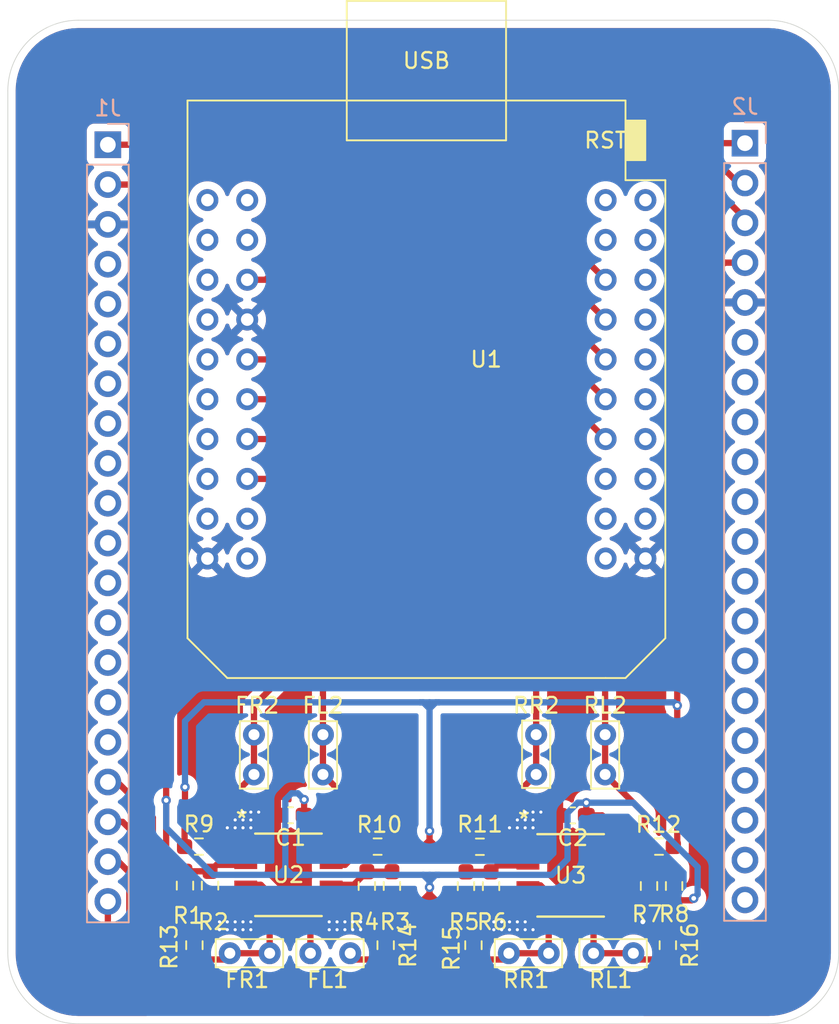
<source format=kicad_pcb>
(kicad_pcb (version 20241229) (generator "pcbnew") (generator_version "9.0")
  (layers (0 "F.Cu" signal) (2 "B.Cu" signal) (13 "F.Paste" user) (15 "B.Paste" user) (5 "F.SilkS" user "F.Silkscreen") (7 "B.SilkS" user "B.Silkscreen") (1 "F.Mask" user) (3 "B.Mask" user) (25 "Edge.Cuts" user))
  (net 0 "")
  (net 29 "Net-(U2A--)")
  (net 30 "+12V")
  (net 31 "GND")
  (net 32 "Net-(U2B--)")
  (net 33 "Net-(U3A--)")
  (net 34 "Net-(U3B--)")
  (net 35 "+3.3V")
  (net 36 "/WS_FR_Signal")
  (net 37 "/WS_FL_Signal")
  (net 38 "/WS_RR_Signal")
  (net 39 "/WS_RL_Signal")
  (net 44 "/CS")
  (net 57 "/SCK")
  (net 59 "/MISO")
  (net 66 "+5V")
  (net 69 "/MOSI")
  (net 72 "/WS_FR")
  (net 73 "/WS_FL")
  (net 74 "/WS_RL")
  (net 75 "/WS_RR")
  (footprint "Resistor_SMD:R_0603_1608Metric_Pad0.98x0.95mm_HandSolder" (layer "F.Cu") (at 127.2 121.4875 -90)
    (property "Reference" "R15" (at 0.2 1.4 90) (layer "F.SilkS"))
    (property "Value" "400")
    (pad "1" smd roundrect (at -0.9125 0 270) (size 0.975 0.95) (layers "F.Cu" "F.Mask" "F.Paste") (net 30 "+12V"))
    (pad "2" smd roundrect (at 0.9125 0 270) (size 0.975 0.95) (layers "F.Cu" "F.Mask" "F.Paste") (net 75 "/WS_RR"))
  )
  (footprint "Resistor_SMD:R_0603_1608Metric_Pad0.98x0.95mm_HandSolder" (layer "F.Cu") (at 140 117.7125 90)
    (property "Reference" "R7" (at -1.7875 -1.72415 0) (layer "F.SilkS"))
    (property "Value" "10K")
    (pad "1" smd roundrect (at -0.9125 0 90) (size 0.975 0.95) (layers "F.Cu" "F.Mask" "F.Paste") (net 30 "+12V"))
    (pad "2" smd roundrect (at 0.9125 0 90) (size 0.975 0.95) (layers "F.Cu" "F.Mask" "F.Paste") (net 34 "Net-(U3B--)"))
  )
  (footprint "Capacitor_SMD:C_0603_1608Metric_Pad1.08x0.95mm_HandSolder" (layer "F.Cu") (at 115.5375 113.2 180)
    (property "Reference" "C1" (at 0 -1.43 0) (layer "F.SilkS"))
    (property "Value" "C_Small")
    (pad "1" smd roundrect (at -0.8625 0 180) (size 1.075 0.95) (layers "F.Cu" "F.Mask" "F.Paste") (net 30 "+12V"))
    (pad "2" smd roundrect (at 0.8625 0 180) (size 1.075 0.95) (layers "F.Cu" "F.Mask" "F.Paste") (net 31 "GND"))
  )
  (footprint "TestPoint:TestPoint_Bridge_Pitch2.54mm_Drill0.7mm" (layer "F.Cu") (at 129.46 122)
    (property "Reference" "RR1" (at 1.1 1.7 0) (layer "F.SilkS"))
    (property "Value" "TestPoint")
    (pad "1" thru_hole circle (at 0 0) (size 1.4 1.4) (drill 0.7) (layers "*.Cu" "*.Mask") (net 75 "/WS_RR"))
    (pad "1" thru_hole circle (at 2.54 0) (size 1.4 1.4) (drill 0.7) (layers "*.Cu" "*.Mask") (net 75 "/WS_RR"))
  )
  (footprint "Resistor_SMD:R_0603_1608Metric_Pad0.98x0.95mm_HandSolder" (layer "F.Cu") (at 121.0875 115.2 180)
    (property "Reference" "R10" (at -0.1125 1.4 0) (layer "F.SilkS"))
    (property "Value" "1K")
    (pad "1" smd roundrect (at -0.9125 0 180) (size 0.975 0.95) (layers "F.Cu" "F.Mask" "F.Paste") (net 35 "+3.3V"))
    (pad "2" smd roundrect (at 0.9125 0 180) (size 0.975 0.95) (layers "F.Cu" "F.Mask" "F.Paste") (net 37 "/WS_FL_Signal"))
  )
  (footprint "TestPoint:TestPoint_Bridge_Pitch2.54mm_Drill0.7mm" (layer "F.Cu") (at 111.66 122)
    (property "Reference" "FR1" (at 1.1 1.7 0) (layer "F.SilkS"))
    (property "Value" "TestPoint")
    (pad "1" thru_hole circle (at 0 0) (size 1.4 1.4) (drill 0.7) (layers "*.Cu" "*.Mask") (net 72 "/WS_FR"))
    (pad "1" thru_hole circle (at 2.54 0) (size 1.4 1.4) (drill 0.7) (layers "*.Cu" "*.Mask") (net 72 "/WS_FR"))
  )
  (footprint "Resistor_SMD:R_0603_1608Metric_Pad0.98x0.95mm_HandSolder" (layer "F.Cu") (at 108.8 117.6875 90)
    (property "Reference" "R1" (at -1.9125 0.2 0) (layer "F.SilkS"))
    (property "Value" "10K")
    (pad "1" smd roundrect (at -0.9125 0 90) (size 0.975 0.95) (layers "F.Cu" "F.Mask" "F.Paste") (net 30 "+12V"))
    (pad "2" smd roundrect (at 0.9125 0 90) (size 0.975 0.95) (layers "F.Cu" "F.Mask" "F.Paste") (net 29 "Net-(U2A--)"))
  )
  (footprint "TestPoint:TestPoint_Bridge_Pitch2.54mm_Drill0.7mm" (layer "F.Cu") (at 131.2 108.06 -90)
    (property "Reference" "RR2" (at -1.86 0 0) (layer "F.SilkS"))
    (property "Value" "TestPoint")
    (pad "1" thru_hole circle (at 0 0 270) (size 1.4 1.4) (drill 0.7) (layers "*.Cu" "*.Mask") (net 38 "/WS_RR_Signal"))
    (pad "1" thru_hole circle (at 2.54 0 270) (size 1.4 1.4) (drill 0.7) (layers "*.Cu" "*.Mask") (net 38 "/WS_RR_Signal"))
  )
  (footprint "TestPoint:TestPoint_Bridge_Pitch2.54mm_Drill0.7mm" (layer "F.Cu") (at 117.6 110.6 90)
    (property "Reference" "FL2" (at 4.4 0 0) (layer "F.SilkS"))
    (property "Value" "TestPoint")
    (pad "1" thru_hole circle (at 0 0 90) (size 1.4 1.4) (drill 0.7) (layers "*.Cu" "*.Mask") (net 37 "/WS_FL_Signal"))
    (pad "1" thru_hole circle (at 2.54 0 90) (size 1.4 1.4) (drill 0.7) (layers "*.Cu" "*.Mask") (net 37 "/WS_FL_Signal"))
  )
  (footprint "Resistor_SMD:R_0603_1608Metric_Pad0.98x0.95mm_HandSolder" (layer "F.Cu") (at 110.4 117.6875 -90)
    (property "Reference" "R2" (at 2.3125 -0.2 0) (layer "F.SilkS"))
    (property "Value" "22K")
    (pad "1" smd roundrect (at -0.9125 0 270) (size 0.975 0.95) (layers "F.Cu" "F.Mask" "F.Paste") (net 29 "Net-(U2A--)"))
    (pad "2" smd roundrect (at 0.9125 0 270) (size 0.975 0.95) (layers "F.Cu" "F.Mask" "F.Paste") (net 31 "GND"))
  )
  (footprint "Resistor_SMD:R_0603_1608Metric_Pad0.98x0.95mm_HandSolder" (layer "F.Cu") (at 139.6 121.4875 -90)
    (property "Reference" "R16" (at 0.0125 -1.4 90) (layer "F.SilkS"))
    (property "Value" "400")
    (pad "1" smd roundrect (at -0.9125 0 270) (size 0.975 0.95) (layers "F.Cu" "F.Mask" "F.Paste") (net 30 "+12V"))
    (pad "2" smd roundrect (at 0.9125 0 270) (size 0.975 0.95) (layers "F.Cu" "F.Mask" "F.Paste") (net 74 "/WS_RL"))
  )
  (footprint "Resistor_SMD:R_0603_1608Metric_Pad0.98x0.95mm_HandSolder" (layer "F.Cu") (at 109.6875 115.2)
    (property "Reference" "R9" (at 0 -1.43 0) (layer "F.SilkS"))
    (property "Value" "1K")
    (pad "1" smd roundrect (at -0.9125 0) (size 0.975 0.95) (layers "F.Cu" "F.Mask" "F.Paste") (net 35 "+3.3V"))
    (pad "2" smd roundrect (at 0.9125 0) (size 0.975 0.95) (layers "F.Cu" "F.Mask" "F.Paste") (net 36 "/WS_FR_Signal"))
  )
  (footprint "TestPoint:TestPoint_Bridge_Pitch2.54mm_Drill0.7mm" (layer "F.Cu") (at 116.8 122)
    (property "Reference" "FL1" (at 1.1 1.7 0) (layer "F.SilkS"))
    (property "Value" "TestPoint")
    (pad "1" thru_hole circle (at 0 0) (size 1.4 1.4) (drill 0.7) (layers "*.Cu" "*.Mask") (net 73 "/WS_FL"))
    (pad "1" thru_hole circle (at 2.54 0) (size 1.4 1.4) (drill 0.7) (layers "*.Cu" "*.Mask") (net 73 "/WS_FL"))
  )
  (footprint "Resistor_SMD:R_0603_1608Metric_Pad0.98x0.95mm_HandSolder" (layer "F.Cu") (at 138.4 117.7125 -90)
    (property "Reference" "R8" (at 1.7875 -1.6 180) (layer "F.SilkS"))
    (property "Value" "20K")
    (pad "1" smd roundrect (at -0.9125 0 270) (size 0.975 0.95) (layers "F.Cu" "F.Mask" "F.Paste") (net 34 "Net-(U3B--)"))
    (pad "2" smd roundrect (at 0.9125 0 270) (size 0.975 0.95) (layers "F.Cu" "F.Mask" "F.Paste") (net 31 "GND"))
  )
  (footprint "Resistor_SMD:R_0603_1608Metric_Pad0.98x0.95mm_HandSolder" (layer "F.Cu") (at 126.72415 117.7225 90)
    (property "Reference" "R5" (at -2.2775 -0.12415 0) (layer "F.SilkS"))
    (property "Value" "10K")
    (pad "1" smd roundrect (at -0.9125 0 90) (size 0.975 0.95) (layers "F.Cu" "F.Mask" "F.Paste") (net 30 "+12V"))
    (pad "2" smd roundrect (at 0.9125 0 90) (size 0.975 0.95) (layers "F.Cu" "F.Mask" "F.Paste") (net 33 "Net-(U3A--)"))
  )
  (footprint "Resistor_SMD:R_0603_1608Metric_Pad0.98x0.95mm_HandSolder" (layer "F.Cu") (at 139.03665 115.2 180)
    (property "Reference" "R12" (at 0.03665 1.4 0) (layer "F.SilkS"))
    (property "Value" "1K")
    (pad "1" smd roundrect (at -0.9125 0 180) (size 0.975 0.95) (layers "F.Cu" "F.Mask" "F.Paste") (net 35 "+3.3V"))
    (pad "2" smd roundrect (at 0.9125 0 180) (size 0.975 0.95) (layers "F.Cu" "F.Mask" "F.Paste") (net 39 "/WS_RL_Signal"))
  )
  (footprint "Resistor_SMD:R_0603_1608Metric_Pad0.98x0.95mm_HandSolder" (layer "F.Cu") (at 121.6 121.4875 -90)
    (property "Reference" "R14" (at 0 -1.43 90) (layer "F.SilkS"))
    (property "Value" "400")
    (pad "1" smd roundrect (at -0.9125 0 270) (size 0.975 0.95) (layers "F.Cu" "F.Mask" "F.Paste") (net 30 "+12V"))
    (pad "2" smd roundrect (at 0.9125 0 270) (size 0.975 0.95) (layers "F.Cu" "F.Mask" "F.Paste") (net 73 "/WS_FL"))
  )
  (footprint "Resistor_SMD:R_0603_1608Metric_Pad0.98x0.95mm_HandSolder" (layer "F.Cu") (at 120.4 117.7125 -90)
    (property "Reference" "R4" (at 2.2875 0.2 180) (layer "F.SilkS"))
    (property "Value" "20K")
    (pad "1" smd roundrect (at -0.9125 0 270) (size 0.975 0.95) (layers "F.Cu" "F.Mask" "F.Paste") (net 32 "Net-(U2B--)"))
    (pad "2" smd roundrect (at 0.9125 0 270) (size 0.975 0.95) (layers "F.Cu" "F.Mask" "F.Paste") (net 31 "GND"))
  )
  (footprint "TestPoint:TestPoint_Bridge_Pitch2.54mm_Drill0.7mm" (layer "F.Cu") (at 113.2 110.6 90)
    (property "Reference" "FR2" (at 4.4 0.2 0) (layer "F.SilkS"))
    (property "Value" "TestPoint")
    (pad "1" thru_hole circle (at 0 0 90) (size 1.4 1.4) (drill 0.7) (layers "*.Cu" "*.Mask") (net 36 "/WS_FR_Signal"))
    (pad "1" thru_hole circle (at 2.54 0 90) (size 1.4 1.4) (drill 0.7) (layers "*.Cu" "*.Mask") (net 36 "/WS_FR_Signal"))
  )
  (footprint "Resistor_SMD:R_0603_1608Metric_Pad0.98x0.95mm_HandSolder" (layer "F.Cu") (at 127.61165 115.21)
    (property "Reference" "R11" (at 0 -1.43 0) (layer "F.SilkS"))
    (property "Value" "1K")
    (pad "1" smd roundrect (at -0.9125 0) (size 0.975 0.95) (layers "F.Cu" "F.Mask" "F.Paste") (net 35 "+3.3V"))
    (pad "2" smd roundrect (at 0.9125 0) (size 0.975 0.95) (layers "F.Cu" "F.Mask" "F.Paste") (net 38 "/WS_RR_Signal"))
  )
  (footprint "LM393:SO8_STM" (layer "F.Cu") (at 133.4 117.035)
    (property "Reference" "U3" (at 0 0 0) (layer "F.SilkS"))
    (property "Value" "LM393")
    (fp_text user "*" (at -2.97815 -3.5814 0) (layer "F.SilkS"))
    (fp_text user "*" (at -2.97815 -3.5814 0) (layer "F.SilkS"))
    (pad "1" smd rect (at -2.72415 -1.905) (size 1.4605 0.5334) (layers "F.Cu" "F.Mask" "F.Paste") (net 38 "/WS_RR_Signal"))
    (pad "2" smd rect (at -2.72415 -0.635) (size 1.4605 0.5334) (layers "F.Cu" "F.Mask" "F.Paste") (net 33 "Net-(U3A--)"))
    (pad "3" smd rect (at -2.72415 0.635) (size 1.4605 0.5334) (layers "F.Cu" "F.Mask" "F.Paste") (net 75 "/WS_RR"))
    (pad "4" smd rect (at -2.72415 1.905) (size 1.4605 0.5334) (layers "F.Cu" "F.Mask" "F.Paste") (net 31 "GND"))
    (pad "5" smd rect (at 2.72415 1.905) (size 1.4605 0.5334) (layers "F.Cu" "F.Mask" "F.Paste") (net 74 "/WS_RL"))
    (pad "6" smd rect (at 2.72415 0.635) (size 1.4605 0.5334) (layers "F.Cu" "F.Mask" "F.Paste") (net 34 "Net-(U3B--)"))
    (pad "7" smd rect (at 2.72415 -0.635) (size 1.4605 0.5334) (layers "F.Cu" "F.Mask" "F.Paste") (net 39 "/WS_RL_Signal"))
    (pad "8" smd rect (at 2.72415 -1.905) (size 1.4605 0.5334) (layers "F.Cu" "F.Mask" "F.Paste") (net 30 "+12V"))
  )
  (footprint "TestPoint:TestPoint_Bridge_Pitch2.54mm_Drill0.7mm" (layer "F.Cu") (at 134.86 122)
    (property "Reference" "RL1" (at 1.1 1.7 0) (layer "F.SilkS"))
    (property "Value" "TestPoint")
    (pad "1" thru_hole circle (at 0 0) (size 1.4 1.4) (drill 0.7) (layers "*.Cu" "*.Mask") (net 74 "/WS_RL"))
    (pad "1" thru_hole circle (at 2.54 0) (size 1.4 1.4) (drill 0.7) (layers "*.Cu" "*.Mask") (net 74 "/WS_RL"))
  )
  (footprint "LM393:SO8_STM" (layer "F.Cu") (at 115.4 117)
    (property "Reference" "U2" (at 0 0 0) (layer "F.SilkS"))
    (property "Value" "LM393")
    (fp_text user "*" (at -2.97815 -3.5814 0) (layer "F.SilkS"))
    (fp_text user "*" (at -2.97815 -3.5814 0) (layer "F.SilkS"))
    (pad "1" smd rect (at -2.72415 -1.905) (size 1.4605 0.5334) (layers "F.Cu" "F.Mask" "F.Paste") (net 36 "/WS_FR_Signal"))
    (pad "2" smd rect (at -2.72415 -0.635) (size 1.4605 0.5334) (layers "F.Cu" "F.Mask" "F.Paste") (net 29 "Net-(U2A--)"))
    (pad "3" smd rect (at -2.72415 0.635) (size 1.4605 0.5334) (layers "F.Cu" "F.Mask" "F.Paste") (net 72 "/WS_FR"))
    (pad "4" smd rect (at -2.72415 1.905) (size 1.4605 0.5334) (layers "F.Cu" "F.Mask" "F.Paste") (net 31 "GND"))
    (pad "5" smd rect (at 2.72415 1.905) (size 1.4605 0.5334) (layers "F.Cu" "F.Mask" "F.Paste") (net 73 "/WS_FL"))
    (pad "6" smd rect (at 2.72415 0.635) (size 1.4605 0.5334) (layers "F.Cu" "F.Mask" "F.Paste") (net 32 "Net-(U2B--)"))
    (pad "7" smd rect (at 2.72415 -0.635) (size 1.4605 0.5334) (layers "F.Cu" "F.Mask" "F.Paste") (net 37 "/WS_FL_Signal"))
    (pad "8" smd rect (at 2.72415 -1.905) (size 1.4605 0.5334) (layers "F.Cu" "F.Mask" "F.Paste") (net 30 "+12V"))
  )
  (footprint "Resistor_SMD:R_0603_1608Metric_Pad0.98x0.95mm_HandSolder" (layer "F.Cu") (at 109.4 121.4875 -90)
    (property "Reference" "R13" (at 0.1125 1.6 90) (layer "F.SilkS"))
    (property "Value" "400")
    (pad "1" smd roundrect (at -0.9125 0 270) (size 0.975 0.95) (layers "F.Cu" "F.Mask" "F.Paste") (net 30 "+12V"))
    (pad "2" smd roundrect (at 0.9125 0 270) (size 0.975 0.95) (layers "F.Cu" "F.Mask" "F.Paste") (net 72 "/WS_FR"))
  )
  (footprint "Resistor_SMD:R_0603_1608Metric_Pad0.98x0.95mm_HandSolder" (layer "F.Cu") (at 128.32415 117.7225 -90)
    (property "Reference" "R6" (at 2.2775 -0.07585 0) (layer "F.SilkS"))
    (property "Value" "20K")
    (pad "1" smd roundrect (at -0.9125 0 270) (size 0.975 0.95) (layers "F.Cu" "F.Mask" "F.Paste") (net 33 "Net-(U3A--)"))
    (pad "2" smd roundrect (at 0.9125 0 270) (size 0.975 0.95) (layers "F.Cu" "F.Mask" "F.Paste") (net 31 "GND"))
  )
  (footprint "kicad-esp32-wemos-d1-mini-master:esp32-wemos-d1-mini" (layer "F.Cu") (at 124.2 85.4 180)
    (property "Reference" "U1" (at -3.81 1.27 0) (layer "F.SilkS"))
    (property "Value" "esp32-wemos-d1-mini")
    (fp_text user "RST" (at -11.43 15.24 0) (layer "F.SilkS"))
    (fp_text user "USB" (at 0 20.32 0) (layer "F.SilkS"))
    (pad "1" thru_hole circle (at -13.97 -11.43 90) (size 1.4 1.4) (drill 0.8) (layers "*.Cu" "*.Mask") (net 31 "GND"))
    (pad "2" thru_hole circle (at -11.43 -11.43 90) (size 1.4 1.4) (drill 0.8) (layers "*.Cu" "*.Mask"))
    (pad "3" thru_hole circle (at -13.97 -8.89 90) (size 1.4 1.4) (drill 0.8) (layers "*.Cu" "*.Mask"))
    (pad "4" thru_hole circle (at -11.43 -8.89 90) (size 1.4 1.4) (drill 0.8) (layers "*.Cu" "*.Mask"))
    (pad "5" thru_hole circle (at -13.97 -6.35 90) (size 1.4 1.4) (drill 0.8) (layers "*.Cu" "*.Mask"))
    (pad "6" thru_hole circle (at -11.43 -6.35 90) (size 1.4 1.4) (drill 0.8) (layers "*.Cu" "*.Mask"))
    (pad "7" thru_hole circle (at -13.97 -3.81 90) (size 1.4 1.4) (drill 0.8) (layers "*.Cu" "*.Mask"))
    (pad "8" thru_hole circle (at -11.43 -3.81 90) (size 1.4 1.4) (drill 0.8) (layers "*.Cu" "*.Mask") (net 57 "/SCK"))
    (pad "9" thru_hole circle (at -13.97 -1.27 90) (size 1.4 1.4) (drill 0.8) (layers "*.Cu" "*.Mask"))
    (pad "10" thru_hole circle (at -11.43 -1.27 90) (size 1.4 1.4) (drill 0.8) (layers "*.Cu" "*.Mask") (net 59 "/MISO"))
    (pad "11" thru_hole circle (at -13.97 1.27 90) (size 1.4 1.4) (drill 0.8) (layers "*.Cu" "*.Mask"))
    (pad "12" thru_hole circle (at -11.43 1.27 90) (size 1.4 1.4) (drill 0.8) (layers "*.Cu" "*.Mask") (net 69 "/MOSI"))
    (pad "13" thru_hole circle (at -13.97 3.81 90) (size 1.4 1.4) (drill 0.8) (layers "*.Cu" "*.Mask"))
    (pad "14" thru_hole circle (at -11.43 3.81 90) (size 1.4 1.4) (drill 0.8) (layers "*.Cu" "*.Mask") (net 44 "/CS"))
    (pad "15" thru_hole circle (at -13.97 6.35 90) (size 1.4 1.4) (drill 0.8) (layers "*.Cu" "*.Mask"))
    (pad "16" thru_hole circle (at -11.43 6.35 90) (size 1.4 1.4) (drill 0.8) (layers "*.Cu" "*.Mask") (net 35 "+3.3V"))
    (pad "17" thru_hole circle (at -13.97 8.89 90) (size 1.4 1.4) (drill 0.8) (layers "*.Cu" "*.Mask"))
    (pad "18" thru_hole circle (at -11.43 8.89 90) (size 1.4 1.4) (drill 0.8) (layers "*.Cu" "*.Mask"))
    (pad "19" thru_hole circle (at -13.97 11.43 90) (size 1.4 1.4) (drill 0.8) (layers "*.Cu" "*.Mask"))
    (pad "20" thru_hole circle (at -11.43 11.43 90) (size 1.4 1.4) (drill 0.8) (layers "*.Cu" "*.Mask"))
    (pad "21" thru_hole circle (at 11.43 -11.43 90) (size 1.4 1.4) (drill 0.8) (layers "*.Cu" "*.Mask"))
    (pad "22" thru_hole circle (at 13.97 -11.43 90) (size 1.4 1.4) (drill 0.8) (layers "*.Cu" "*.Mask") (net 31 "GND"))
    (pad "23" thru_hole circle (at 11.43 -8.89 90) (size 1.4 1.4) (drill 0.8) (layers "*.Cu" "*.Mask"))
    (pad "24" thru_hole circle (at 13.97 -8.89 90) (size 1.4 1.4) (drill 0.8) (layers "*.Cu" "*.Mask"))
    (pad "25" thru_hole circle (at 11.43 -6.35 90) (size 1.4 1.4) (drill 0.8) (layers "*.Cu" "*.Mask") (net 36 "/WS_FR_Signal"))
    (pad "26" thru_hole circle (at 13.97 -6.35 90) (size 1.4 1.4) (drill 0.8) (layers "*.Cu" "*.Mask"))
    (pad "27" thru_hole circle (at 11.43 -3.81 90) (size 1.4 1.4) (drill 0.8) (layers "*.Cu" "*.Mask") (net 37 "/WS_FL_Signal"))
    (pad "28" thru_hole circle (at 13.97 -3.81 90) (size 1.4 1.4) (drill 0.8) (layers "*.Cu" "*.Mask"))
    (pad "29" thru_hole circle (at 11.43 -1.27 90) (size 1.4 1.4) (drill 0.8) (layers "*.Cu" "*.Mask") (net 38 "/WS_RR_Signal"))
    (pad "30" thru_hole circle (at 13.97 -1.27 90) (size 1.4 1.4) (drill 0.8) (layers "*.Cu" "*.Mask"))
    (pad "31" thru_hole circle (at 11.43 1.27 90) (size 1.4 1.4) (drill 0.8) (layers "*.Cu" "*.Mask") (net 39 "/WS_RL_Signal"))
    (pad "32" thru_hole circle (at 13.97 1.27 90) (size 1.4 1.4) (drill 0.8) (layers "*.Cu" "*.Mask"))
    (pad "33" thru_hole circle (at 11.43 3.81 90) (size 1.4 1.4) (drill 0.8) (layers "*.Cu" "*.Mask") (net 31 "GND"))
    (pad "34" thru_hole circle (at 13.97 3.81 90) (size 1.4 1.4) (drill 0.8) (layers "*.Cu" "*.Mask"))
    (pad "35" thru_hole circle (at 11.43 6.35 90) (size 1.4 1.4) (drill 0.8) (layers "*.Cu" "*.Mask") (net 66 "+5V"))
    (pad "36" thru_hole circle (at 13.97 6.35 90) (size 1.4 1.4) (drill 0.8) (layers "*.Cu" "*.Mask"))
    (pad "37" thru_hole circle (at 11.43 8.89 90) (size 1.4 1.4) (drill 0.8) (layers "*.Cu" "*.Mask"))
    (pad "38" thru_hole circle (at 13.97 8.89 90) (size 1.4 1.4) (drill 0.8) (layers "*.Cu" "*.Mask"))
    (pad "39" thru_hole circle (at 11.43 11.43 90) (size 1.4 1.4) (drill 0.8) (layers "*.Cu" "*.Mask"))
    (pad "40" thru_hole circle (at 13.97 11.43 90) (size 1.4 1.4) (drill 0.8) (layers "*.Cu" "*.Mask"))
  )
  (footprint "Resistor_SMD:R_0603_1608Metric_Pad0.98x0.95mm_HandSolder" (layer "F.Cu") (at 122 117.7125 90)
    (property "Reference" "R3" (at -2.2875 0.2 0) (layer "F.SilkS"))
    (property "Value" "10K")
    (pad "1" smd roundrect (at -0.9125 0 90) (size 0.975 0.95) (layers "F.Cu" "F.Mask" "F.Paste") (net 30 "+12V"))
    (pad "2" smd roundrect (at 0.9125 0 90) (size 0.975 0.95) (layers "F.Cu" "F.Mask" "F.Paste") (net 32 "Net-(U2B--)"))
  )
  (footprint "TestPoint:TestPoint_Bridge_Pitch2.54mm_Drill0.7mm" (layer "F.Cu") (at 135.6 110.6 90)
    (property "Reference" "RL2" (at 4.4 0 0) (layer "F.SilkS"))
    (property "Value" "TestPoint")
    (pad "1" thru_hole circle (at 0 0 90) (size 1.4 1.4) (drill 0.7) (layers "*.Cu" "*.Mask") (net 39 "/WS_RL_Signal"))
    (pad "1" thru_hole circle (at 2.54 0 90) (size 1.4 1.4) (drill 0.7) (layers "*.Cu" "*.Mask") (net 39 "/WS_RL_Signal"))
  )
  (footprint "Capacitor_SMD:C_0603_1608Metric_Pad1.08x0.95mm_HandSolder" (layer "F.Cu") (at 133.5375 113.21 180)
    (property "Reference" "C2" (at 0 -1.43 0) (layer "F.SilkS"))
    (property "Value" "C_Small" (hide yes))
    (pad "1" smd roundrect (at -0.8625 0 180) (size 1.075 0.95) (layers "F.Cu" "F.Mask" "F.Paste") (net 30 "+12V"))
    (pad "2" smd roundrect (at 0.8625 0 180) (size 1.075 0.95) (layers "F.Cu" "F.Mask" "F.Paste") (net 31 "GND"))
  )
  (footprint "Connector_PinHeader_2.54mm:PinHeader_1x20_P2.54mm_Vertical" (layer "B.Cu") (at 144.52 70.34 180)
    (property "Reference" "J2" (at 0 2.33 0) (layer "B.SilkS") (effects (justify mirror)))
    (property "Value" "Conn_01x20_Pin" (hide yes))
    (pad "1" thru_hole rect (at 0 0 180) (size 1.7 1.7) (drill 1) (layers "*.Cu" "*.Mask") (net 57 "/SCK"))
    (pad "2" thru_hole oval (at 0 -2.54 180) (size 1.7 1.7) (drill 1) (layers "*.Cu" "*.Mask") (net 59 "/MISO"))
    (pad "3" thru_hole oval (at 0 -5.08 180) (size 1.7 1.7) (drill 1) (layers "*.Cu" "*.Mask") (net 69 "/MOSI"))
    (pad "4" thru_hole oval (at 0 -7.62 180) (size 1.7 1.7) (drill 1) (layers "*.Cu" "*.Mask") (net 44 "/CS"))
    (pad "5" thru_hole oval (at 0 -10.16 180) (size 1.7 1.7) (drill 1) (layers "*.Cu" "*.Mask") (net 31 "GND"))
    (pad "6" thru_hole oval (at 0 -12.7 180) (size 1.7 1.7) (drill 1) (layers "*.Cu" "*.Mask"))
    (pad "7" thru_hole oval (at 0 -15.24 180) (size 1.7 1.7) (drill 1) (layers "*.Cu" "*.Mask"))
    (pad "8" thru_hole oval (at 0 -17.78 180) (size 1.7 1.7) (drill 1) (layers "*.Cu" "*.Mask"))
    (pad "9" thru_hole oval (at 0 -20.32 180) (size 1.7 1.7) (drill 1) (layers "*.Cu" "*.Mask"))
    (pad "10" thru_hole oval (at 0 -22.86 180) (size 1.7 1.7) (drill 1) (layers "*.Cu" "*.Mask"))
    (pad "11" thru_hole oval (at 0 -25.4 180) (size 1.7 1.7) (drill 1) (layers "*.Cu" "*.Mask"))
    (pad "12" thru_hole oval (at 0 -27.94 180) (size 1.7 1.7) (drill 1) (layers "*.Cu" "*.Mask"))
    (pad "13" thru_hole oval (at 0 -30.48 180) (size 1.7 1.7) (drill 1) (layers "*.Cu" "*.Mask"))
    (pad "14" thru_hole oval (at 0 -33.02 180) (size 1.7 1.7) (drill 1) (layers "*.Cu" "*.Mask"))
    (pad "15" thru_hole oval (at 0 -35.56 180) (size 1.7 1.7) (drill 1) (layers "*.Cu" "*.Mask"))
    (pad "16" thru_hole oval (at 0 -38.1 180) (size 1.7 1.7) (drill 1) (layers "*.Cu" "*.Mask"))
    (pad "17" thru_hole oval (at 0 -40.64 180) (size 1.7 1.7) (drill 1) (layers "*.Cu" "*.Mask"))
    (pad "18" thru_hole oval (at 0 -43.18 180) (size 1.7 1.7) (drill 1) (layers "*.Cu" "*.Mask"))
    (pad "19" thru_hole oval (at 0 -45.72 180) (size 1.7 1.7) (drill 1) (layers "*.Cu" "*.Mask"))
    (pad "20" thru_hole oval (at 0 -48.26 180) (size 1.7 1.7) (drill 1) (layers "*.Cu" "*.Mask"))
  )
  (footprint "Connector_PinHeader_2.54mm:PinHeader_1x20_P2.54mm_Vertical" (layer "B.Cu") (at 103.88 70.44 180)
    (property "Reference" "J1" (at 0 2.33 0) (layer "B.SilkS") (effects (justify mirror)))
    (property "Value" "Conn_01x20_Pin")
    (pad "1" thru_hole rect (at 0 0 180) (size 1.7 1.7) (drill 1) (layers "*.Cu" "*.Mask") (net 66 "+5V"))
    (pad "2" thru_hole oval (at 0 -2.54 180) (size 1.7 1.7) (drill 1) (layers "*.Cu" "*.Mask") (net 30 "+12V"))
    (pad "3" thru_hole oval (at 0 -5.08 180) (size 1.7 1.7) (drill 1) (layers "*.Cu" "*.Mask") (net 31 "GND"))
    (pad "4" thru_hole oval (at 0 -7.62 180) (size 1.7 1.7) (drill 1) (layers "*.Cu" "*.Mask"))
    (pad "5" thru_hole oval (at 0 -10.16 180) (size 1.7 1.7) (drill 1) (layers "*.Cu" "*.Mask"))
    (pad "6" thru_hole oval (at 0 -12.7 180) (size 1.7 1.7) (drill 1) (layers "*.Cu" "*.Mask"))
    (pad "7" thru_hole oval (at 0 -15.24 180) (size 1.7 1.7) (drill 1) (layers "*.Cu" "*.Mask"))
    (pad "8" thru_hole oval (at 0 -17.78 180) (size 1.7 1.7) (drill 1) (layers "*.Cu" "*.Mask"))
    (pad "9" thru_hole oval (at 0 -20.32 180) (size 1.7 1.7) (drill 1) (layers "*.Cu" "*.Mask"))
    (pad "10" thru_hole oval (at 0 -22.86 180) (size 1.7 1.7) (drill 1) (layers "*.Cu" "*.Mask"))
    (pad "11" thru_hole oval (at 0 -25.4 180) (size 1.7 1.7) (drill 1) (layers "*.Cu" "*.Mask"))
    (pad "12" thru_hole oval (at 0 -27.94 180) (size 1.7 1.7) (drill 1) (layers "*.Cu" "*.Mask"))
    (pad "13" thru_hole oval (at 0 -30.48 180) (size 1.7 1.7) (drill 1) (layers "*.Cu" "*.Mask"))
    (pad "14" thru_hole oval (at 0 -33.02 180) (size 1.7 1.7) (drill 1) (layers "*.Cu" "*.Mask"))
    (pad "15" thru_hole oval (at 0 -35.56 180) (size 1.7 1.7) (drill 1) (layers "*.Cu" "*.Mask"))
    (pad "16" thru_hole oval (at 0 -38.1 180) (size 1.7 1.7) (drill 1) (layers "*.Cu" "*.Mask"))
    (pad "17" thru_hole oval (at 0 -40.64 180) (size 1.7 1.7) (drill 1) (layers "*.Cu" "*.Mask") (net 72 "/WS_FR"))
    (pad "18" thru_hole oval (at 0 -43.18 180) (size 1.7 1.7) (drill 1) (layers "*.Cu" "*.Mask") (net 73 "/WS_FL"))
    (pad "19" thru_hole oval (at 0 -45.72 180) (size 1.7 1.7) (drill 1) (layers "*.Cu" "*.Mask") (net 75 "/WS_RR"))
    (pad "20" thru_hole oval (at 0 -48.26 180) (size 1.7 1.7) (drill 1) (layers "*.Cu" "*.Mask") (net 74 "/WS_RL"))
  )
  (gr_arc (start 102 126.5) (mid 98.818019 125.181981) (end 97.5 122) (stroke (width 0.05)) (layer "Edge.Cuts"))
  (gr_arc (start 97.5 67) (mid 98.818019 63.818019) (end 102 62.5) (stroke (width 0.05)) (layer "Edge.Cuts"))
  (gr_line (start 150.5 67) (end 150.5 122) (stroke (width 0.05)) (layer "Edge.Cuts"))
  (gr_line (start 146 126.5) (end 102 126.5) (stroke (width 0.05)) (layer "Edge.Cuts"))
  (gr_line (start 102 62.5) (end 146 62.5) (stroke (width 0.05)) (layer "Edge.Cuts"))
  (gr_arc (start 150.5 122) (mid 149.181981 125.181981) (end 146 126.5) (stroke (width 0.05)) (layer "Edge.Cuts"))
  (gr_arc (start 146 62.5) (mid 149.181981 63.818019) (end 150.5 67) (stroke (width 0.05)) (layer "Edge.Cuts"))
  (gr_line (start 97.5 67) (end 97.5 122) (stroke (width 0.05)) (layer "Edge.Cuts"))
  (segment (start 110.4 116.775) (end 108.8 116.775) (width 0.4) (layer "F.Cu") (net 29))
  (segment (start 110.81 116.365) (end 110.4 116.775) (width 0.4) (layer "F.Cu") (net 29))
  (segment (start 112.67585 116.365) (end 110.81 116.365) (width 0.4) (layer "F.Cu") (net 29))
  (segment (start 140 118.625) (end 140 120.175) (width 0.4) (layer "F.Cu") (net 30))
  (segment (start 124.4 118.625) (end 124.4 118.2) (width 0.4) (layer "F.Cu") (net 30))
  (segment (start 141.125 118.625) (end 141.25 118.5) (width 0.4) (layer "F.Cu") (net 30))
  (segment (start 124 118.625) (end 124.4 118.625) (width 0.4) (layer "F.Cu") (net 30))
  (segment (start 136.12415 113.92415) (end 135.41 113.21) (width 0.4) (layer "F.Cu") (net 30))
  (segment (start 126.71415 118.625) (end 126.72415 118.635) (width 0.4) (layer "F.Cu") (net 30))
  (segment (start 124 118.625) (end 124 118.6) (width 0.4) (layer "F.Cu") (net 30))
  (segment (start 122 118.625) (end 124 118.625) (width 0.4) (layer "F.Cu") (net 30))
  (segment (start 107.6 112.25) (end 107.6 74.2) (width 0.4) (layer "F.Cu") (net 30))
  (segment (start 107.6 112.25) (end 107.6 118.2) (width 0.4) (layer "F.Cu") (net 30))
  (segment (start 126.72415 118.635) (end 126.72415 120.09915) (width 0.4) (layer "F.Cu") (net 30))
  (segment (start 122 118.625) (end 122 120.175) (width 0.4) (layer "F.Cu") (net 30))
  (segment (start 135.41 113.21) (end 134.4 113.21) (width 0.4) (layer "F.Cu") (net 30))
  (segment (start 124.4 118.225) (end 124.8 118.625) (width 0.4) (layer "F.Cu") (net 30))
  (segment (start 116.4 112.2) (end 116.4 113.2) (width 0.4) (layer "F.Cu") (net 30))
  (segment (start 140 118.625) (end 141.125 118.625) (width 0.4) (layer "F.Cu") (net 30))
  (segment (start 140 120.175) (end 139.6 120.575) (width 0.4) (layer "F.Cu") (net 30))
  (segment (start 108.8 118.6) (end 108.8 119.975) (width 0.4) (layer "F.Cu") (net 30))
  (segment (start 124.4 118.625) (end 124.8 118.625) (width 0.4) (layer "F.Cu") (net 30))
  (segment (start 108.8 119.975) (end 109.4 120.575) (width 0.4) (layer "F.Cu") (net 30))
  (segment (start 117.4 113.2) (end 116.4 113.2) (width 0.4) (layer "F.Cu") (net 30))
  (segment (start 136.12415 115.13) (end 136.12415 113.92415) (width 0.4) (layer "F.Cu") (net 30))
  (segment (start 108 118.6) (end 108.8 118.6) (width 0.4) (layer "F.Cu") (net 30))
  (segment (start 107.6 74.2) (end 106.38 72.98) (width 0.4) (layer "F.Cu") (net 30))
  (segment (start 122 120.175) (end 121.6 120.575) (width 0.4) (layer "F.Cu") (net 30))
  (segment (start 124.4 118.2) (end 124.4 117.8) (width 0.4) (layer "F.Cu") (net 30))
  (segment (start 106.38 72.98) (end 103.6 72.98) (width 0.4) (layer "F.Cu") (net 30))
  (segment (start 118.2 115.01915) (end 118.12415 115.095) (width 0.4) (layer "F.Cu") (net 30))
  (segment (start 118.12415 115.095) (end 118.12415 113.92415) (width 0.4) (layer "F.Cu") (net 30))
  (segment (start 107.6 118.2) (end 108 118.6) (width 0.4) (layer "F.Cu") (net 30))
  (segment (start 124.4 118.2) (end 124.4 118.225) (width 0.4) (layer "F.Cu") (net 30))
  (segment (start 134.4 112.4) (end 134.4 113.21) (width 0.4) (layer "F.Cu") (net 30))
  (segment (start 118.12415 113.92415) (end 117.4 113.2) (width 0.4) (layer "F.Cu") (net 30))
  (segment (start 124 118.6) (end 124.4 118.2) (width 0.4) (layer "F.Cu") (net 30))
  (segment (start 136.12415 115.05415) (end 136.0483 115.13) (width 0.4) (layer "F.Cu") (net 30))
  (segment (start 124.8 118.625) (end 126.71415 118.625) (width 0.4) (layer "F.Cu") (net 30))
  (segment (start 126.72415 120.09915) (end 127.2 120.575) (width 0.4) (layer "F.Cu") (net 30))
  (via (at 141.25 118.5) (size 0.6) (drill 0.3) (layers "F.Cu" "B.Cu") (net 30))
  (via (at 107.6 112.25) (size 0.6) (drill 0.3) (layers "F.Cu" "B.Cu") (net 30))
  (via (at 124.4 117.8) (size 0.6) (drill 0.3) (layers "F.Cu" "B.Cu") (net 30))
  (via (at 116.4 112.2) (size 0.6) (drill 0.3) (layers "F.Cu" "B.Cu") (net 30))
  (via (at 134.4 112.4) (size 0.6) (drill 0.3) (layers "F.Cu" "B.Cu") (net 30))
  (segment (start 134.4 112.4) (end 133.85 112.4) (width 0.4) (layer "B.Cu") (net 30))
  (segment (start 132.2 117) (end 125 117) (width 0.4) (layer "B.Cu") (net 30))
  (segment (start 133.2 113.05) (end 133.2 116) (width 0.4) (layer "B.Cu") (net 30))
  (segment (start 115.6 111.8) (end 115.2 112.2) (width 0.4) (layer "B.Cu") (net 30))
  (segment (start 114.6 117) (end 114.8 117) (width 0.4) (layer "B.Cu") (net 30))
  (segment (start 133.2 116) (end 132.2 117) (width 0.4) (layer "B.Cu") (net 30))
  (segment (start 107.6 114) (end 110.6 117) (width 0.4) (layer "B.Cu") (net 30))
  (segment (start 110.6 117) (end 114.6 117) (width 0.4) (layer "B.Cu") (net 30))
  (segment (start 124.4 117.4) (end 124.4 117.8) (width 0.4) (layer "B.Cu") (net 30))
  (segment (start 124.4 117) (end 124.4 117.8) (width 0.4) (layer "B.Cu") (net 30))
  (segment (start 114.6 117) (end 116.6 117) (width 0.4) (layer "B.Cu") (net 30))
  (segment (start 107.6 112.25) (end 107.6 114) (width 0.4) (layer "B.Cu") (net 30))
  (segment (start 114.8 117) (end 115.2 116.6) (width 0.4) (layer "B.Cu") (net 30))
  (segment (start 115.2 112.2) (end 115.2 116.6) (width 0.4) (layer "B.Cu") (net 30))
  (segment (start 116.4 112.2) (end 116 111.8) (width 0.4) (layer "B.Cu") (net 30))
  (segment (start 141.5 118.25) (end 141.5 116.5) (width 0.4) (layer "B.Cu") (net 30))
  (segment (start 133.85 112.4) (end 133.2 113.05) (width 0.4) (layer "B.Cu") (net 30))
  (segment (start 124.8 117) (end 124.4 117.4) (width 0.4) (layer "B.Cu") (net 30))
  (segment (start 141.5 116.5) (end 137.4 112.4) (width 0.4) (layer "B.Cu") (net 30))
  (segment (start 115.2 116.6) (end 115.6 117) (width 0.4) (layer "B.Cu") (net 30))
  (segment (start 125 117) (end 124.4 117) (width 0.4) (layer "B.Cu") (net 30))
  (segment (start 125 117) (end 124.8 117) (width 0.4) (layer "B.Cu") (net 30))
  (segment (start 124 117) (end 124.4 117.4) (width 0.4) (layer "B.Cu") (net 30))
  (segment (start 137.4 112.4) (end 134.4 112.4) (width 0.4) (layer "B.Cu") (net 30))
  (segment (start 116.6 117) (end 124 117) (width 0.4) (layer "B.Cu") (net 30))
  (segment (start 141.25 118.5) (end 141.5 118.25) (width 0.4) (layer "B.Cu") (net 30))
  (segment (start 124 117) (end 124.4 117) (width 0.4) (layer "B.Cu") (net 30))
  (segment (start 115.6 117) (end 116.6 117) (width 0.4) (layer "B.Cu") (net 30))
  (segment (start 116 111.8) (end 115.6 111.8) (width 0.4) (layer "B.Cu") (net 30))
  (segment (start 111.4 119.9) (end 111.5 120) (width 0.4) (layer "F.Cu") (net 31))
  (segment (start 120.4 119.6) (end 120 120) (width 0.4) (layer "F.Cu") (net 31))
  (segment (start 120.4 118.625) (end 120.4 119.6) (width 0.4) (layer "F.Cu") (net 31))
  (segment (start 110.705 118.905) (end 110.4 118.6) (width 0.4) (layer "F.Cu") (net 31))
  (segment (start 138.4 118.625) (end 138.4 119.6) (width 0.4) (layer "F.Cu") (net 31))
  (segment (start 128.62915 118.94) (end 128.32415 118.635) (width 0.4) (layer "F.Cu") (net 31))
  (segment (start 138.4 119.6) (end 138 120) (width 0.4) (layer "F.Cu") (net 31))
  (via (at 128.5 120.5) (size 0.4) (drill 0.2) (layers "F.Cu" "B.Cu") (net 31))
  (via (at 119.5 120.5) (size 0.4) (drill 0.2) (layers "F.Cu" "B.Cu") (net 31))
  (via (at 129.5 114) (size 0.4) (drill 0.2) (layers "F.Cu" "B.Cu") (net 31))
  (via (at 111.5 120) (size 0.4) (drill 0.2) (layers "F.Cu" "B.Cu") (net 31))
  (via (at 130 114) (size 0.4) (drill 0.2) (layers "F.Cu" "B.Cu") (net 31))
  (via (at 131.5 113) (size 0.4) (drill 0.2) (layers "F.Cu" "B.Cu") (net 31))
  (via (at 118.5 120.5) (size 0.4) (drill 0.2) (layers "F.Cu" "B.Cu") (net 31))
  (via (at 112.5 113.5) (size 0.4) (drill 0.2) (layers "F.Cu" "B.Cu") (net 31))
  (via (at 130.5 120.5) (size 0.4) (drill 0.2) (layers "F.Cu" "B.Cu") (net 31))
  (via (at 112.5 114) (size 0.4) (drill 0.2) (layers "F.Cu" "B.Cu") (net 31))
  (via (at 130.5 114) (size 0.4) (drill 0.2) (layers "F.Cu" "B.Cu") (net 31))
  (via (at 112 120.5) (size 0.4) (drill 0.2) (layers "F.Cu" "B.Cu") (net 31))
  (via (at 113 114) (size 0.4) (drill 0.2) (layers "F.Cu" "B.Cu") (net 31))
  (via (at 129 120) (size 0.4) (drill 0.2) (layers "F.Cu" "B.Cu") (net 31))
  (via (at 131 113.5) (size 0.4) (drill 0.2) (layers "F.Cu" "B.Cu") (net 31))
  (via (at 112 113.5) (size 0.4) (drill 0.2) (layers "F.Cu" "B.Cu") (net 31))
  (via (at 128.5 120) (size 0.4) (drill 0.2) (layers "F.Cu" "B.Cu") (net 31))
  (via (at 113 113.5) (size 0.4) (drill 0.2) (layers "F.Cu" "B.Cu") (net 31))
  (via (at 113 120.5) (size 0.4) (drill 0.2) (layers "F.Cu" "B.Cu") (net 31))
  (via (at 111 120) (size 0.4) (drill 0.2) (layers "F.Cu" "B.Cu") (net 31))
  (via (at 111.5 114) (size 0.4) (drill 0.2) (layers "F.Cu" "B.Cu") (net 31))
  (via (at 120 120) (size 0.4) (drill 0.2) (layers "F.Cu" "B.Cu") (net 31))
  (via (at 130 120.5) (size 0.4) (drill 0.2) (layers "F.Cu" "B.Cu") (net 31))
  (via (at 120 120.5) (size 0.4) (drill 0.2) (layers "F.Cu" "B.Cu") (net 31))
  (via (at 131 120.5) (size 0.4) (drill 0.2) (layers "F.Cu" "B.Cu") (net 31))
  (via (at 112.5 113) (size 0.4) (drill 0.2) (layers "F.Cu" "B.Cu") (net 31))
  (via (at 131 113) (size 0.4) (drill 0.2) (layers "F.Cu" "B.Cu") (net 31))
  (via (at 112 114) (size 0.4) (drill 0.2) (layers "F.Cu" "B.Cu") (net 31))
  (via (at 119.5 120) (size 0.4) (drill 0.2) (layers "F.Cu" "B.Cu") (net 31))
  (via (at 118 120) (size 0.4) (drill 0.2) (layers "F.Cu" "B.Cu") (net 31))
  (via (at 113 113) (size 0.4) (drill 0.2) (layers "F.Cu" "B.Cu") (net 31))
  (via (at 119 120) (size 0.4) (drill 0.2) (layers "F.Cu" "B.Cu") (net 31))
  (via (at 138 120) (size 0.6) (drill 0.3) (layers "F.Cu" "B.Cu") (net 31))
  (via (at 113.5 113) (size 0.4) (drill 0.2) (layers "F.Cu" "B.Cu") (net 31))
  (via (at 112 120) (size 0.4) (drill 0.2) (layers "F.Cu" "B.Cu") (net 31))
  (via (at 113 120) (size 0.4) (drill 0.2) (layers "F.Cu" "B.Cu") (net 31))
  (via (at 111 120.5) (size 0.4) (drill 0.2) (layers "F.Cu" "B.Cu") (net 31))
  (via (at 118 120.5) (size 0.4) (drill 0.2) (layers "F.Cu" "B.Cu") (net 31))
  (via (at 112.5 120.5) (size 0.4) (drill 0.2) (layers "F.Cu" "B.Cu") (net 31))
  (via (at 130 113.5) (size 0.4) (drill 0.2) (layers "F.Cu" "B.Cu") (net 31))
  (via (at 129.5 120) (size 0.4) (drill 0.2) (layers "F.Cu" "B.Cu") (net 31))
  (via (at 130.5 113.5) (size 0.4) (drill 0.2) (layers "F.Cu" "B.Cu") (net 31))
  (via (at 129 120.5) (size 0.4) (drill 0.2) (layers "F.Cu" "B.Cu") (net 31))
  (via (at 129.5 120.5) (size 0.4) (drill 0.2) (layers "F.Cu" "B.Cu") (net 31))
  (via (at 111.5 120.5) (size 0.4) (drill 0.2) (layers "F.Cu" "B.Cu") (net 31))
  (via (at 112.5 120) (size 0.4) (drill 0.2) (layers "F.Cu" "B.Cu") (net 31))
  (via (at 119 120.5) (size 0.4) (drill 0.2) (layers "F.Cu" "B.Cu") (net 31))
  (via (at 131 114) (size 0.4) (drill 0.2) (layers "F.Cu" "B.Cu") (net 31))
  (via (at 130 120) (size 0.4) (drill 0.2) (layers "F.Cu" "B.Cu") (net 31))
  (via (at 118.5 120) (size 0.4) (drill 0.2) (layers "F.Cu" "B.Cu") (net 31))
  (via (at 130.5 120) (size 0.4) (drill 0.2) (layers "F.Cu" "B.Cu") (net 31))
  (via (at 130.5 113) (size 0.4) (drill 0.2) (layers "F.Cu" "B.Cu") (net 31))
  (segment (start 120.4 116.8) (end 122 116.8) (width 0.4) (layer "F.Cu") (net 32))
  (segment (start 118.12415 117.635) (end 119.565 117.635) (width 0.4) (layer "F.Cu") (net 32))
  (segment (start 119.565 117.635) (end 120.4 116.8) (width 0.4) (layer "F.Cu") (net 32))
  (segment (start 128.32415 116.81) (end 126.72415 116.81) (width 0.4) (layer "F.Cu") (net 33))
  (segment (start 130.6 116.4) (end 128.73415 116.4) (width 0.4) (layer "F.Cu") (net 33))
  (segment (start 128.73415 116.4) (end 128.32415 116.81) (width 0.4) (layer "F.Cu") (net 33))
  (segment (start 136.12415 117.67) (end 137.53 117.67) (width 0.4) (layer "F.Cu") (net 34))
  (segment (start 140 116.8) (end 138.4 116.8) (width 0.4) (layer "F.Cu") (net 34))
  (segment (start 137.53 117.67) (end 138.4 116.8) (width 0.4) (layer "F.Cu") (net 34))
  (segment (start 124.4 115.2) (end 124.8 115.2) (width 0.4) (layer "F.Cu") (net 35))
  (segment (start 140.2 73.4) (end 139.2 72.4) (width 0.4) (layer "F.Cu") (net 35))
  (segment (start 139.2 72.4) (end 135 72.4) (width 0.4) (layer "F.Cu") (net 35))
  (segment (start 124.8 115.2) (end 124.4 114.8) (width 0.4) (layer "F.Cu") (net 35))
  (segment (start 124.4 114.8) (end 124.4 114.2) (width 0.4) (layer "F.Cu") (net 35))
  (segment (start 108.8 112.4) (end 108.775 112.425) (width 0.4) (layer "F.Cu") (net 35))
  (segment (start 124.8 115.2) (end 126.68915 115.2) (width 0.4) (layer "F.Cu") (net 35))
  (segment (start 108.775 112.425) (end 108.775 115.2) (width 0.4) (layer "F.Cu") (net 35))
  (segment (start 124 115.2) (end 124.4 114.8) (width 0.4) (layer "F.Cu") (net 35))
  (segment (start 124.4 115.2) (end 124.4 114.8) (width 0.4) (layer "F.Cu") (net 35))
  (segment (start 124 115.2) (end 124.4 115.2) (width 0.4) (layer "F.Cu") (net 35))
  (segment (start 140.2 106.2) (end 140.2 114.94915) (width 0.4) (layer "F.Cu") (net 35))
  (segment (start 140.2 114.94915) (end 139.94915 115.2) (width 0.4) (layer "F.Cu") (net 35))
  (segment (start 135 72.4) (end 133.8 73.6) (width 0.4) (layer "F.Cu") (net 35))
  (segment (start 122 115.2) (end 124 115.2) (width 0.4) (layer "F.Cu") (net 35))
  (segment (start 140.2 106.2) (end 140.2 73.4) (width 0.4) (layer "F.Cu") (net 35))
  (segment (start 126.68915 115.2) (end 126.69915 115.21) (width 0.4) (layer "F.Cu") (net 35))
  (segment (start 133.8 77.22) (end 135.63 79.05) (width 0.4) (layer "F.Cu") (net 35))
  (segment (start 108.8 111.4) (end 108.8 112.4) (width 0.4) (layer "F.Cu") (net 35))
  (segment (start 133.8 73.6) (end 133.8 77.22) (width 0.4) (layer "F.Cu") (net 35))
  (via (at 140.2 106.2) (size 0.6) (drill 0.3) (layers "F.Cu" "B.Cu") (net 35))
  (via (at 108.8 111.4) (size 0.6) (drill 0.3) (layers "F.Cu" "B.Cu") (net 35))
  (via (at 124.4 114.2) (size 0.6) (drill 0.3) (layers "F.Cu" "B.Cu") (net 35))
  (segment (start 125 106) (end 124.4 106) (width 0.4) (layer "B.Cu") (net 35))
  (segment (start 124.4 114.2) (end 124.4 106.4) (width 0.4) (layer "B.Cu") (net 35))
  (segment (start 125 106) (end 124.8 106) (width 0.4) (layer "B.Cu") (net 35))
  (segment (start 124.8 106) (end 124.4 106.4) (width 0.4) (layer "B.Cu") (net 35))
  (segment (start 108.8 107.2) (end 108.8 111.4) (width 0.4) (layer "B.Cu") (net 35))
  (segment (start 123.8 106) (end 110 106) (width 0.4) (layer "B.Cu") (net 35))
  (segment (start 110 106) (end 108.8 107.2) (width 0.4) (layer "B.Cu") (net 35))
  (segment (start 140.2 106.2) (end 140 106) (width 0.4) (layer "B.Cu") (net 35))
  (segment (start 123.8 106) (end 124 106) (width 0.4) (layer "B.Cu") (net 35))
  (segment (start 124.4 106.4) (end 124.4 106) (width 0.4) (layer "B.Cu") (net 35))
  (segment (start 140 106) (end 125 106) (width 0.4) (layer "B.Cu") (net 35))
  (segment (start 124.4 106) (end 123.8 106) (width 0.4) (layer "B.Cu") (net 35))
  (segment (start 124 106) (end 124.4 106.4) (width 0.4) (layer "B.Cu") (net 35))
  (segment (start 110.6 113.2) (end 113.2 110.6) (width 0.4) (layer "F.Cu") (net 36))
  (segment (start 113.2 106.2) (end 113.2 108.06) (width 0.4) (layer "F.Cu") (net 36))
  (segment (start 110.6 115.2) (end 110.6 113.2) (width 0.4) (layer "F.Cu") (net 36))
  (segment (start 112.77 91.75) (end 114.35 91.75) (width 0.4) (layer "F.Cu") (net 36))
  (segment (start 116.4 103) (end 113.2 106.2) (width 0.4) (layer "F.Cu") (net 36))
  (segment (start 116.4 93.8) (end 116.4 103) (width 0.4) (layer "F.Cu") (net 36))
  (segment (start 113.2 108.06) (end 113.2 110.6) (width 0.4) (layer "F.Cu") (net 36))
  (segment (start 110.705 115.095) (end 110.6 115.2) (width 0.4) (layer "F.Cu") (net 36))
  (segment (start 112.67585 115.095) (end 110.705 115.095) (width 0.4) (layer "F.Cu") (net 36))
  (segment (start 114.35 91.75) (end 116.4 93.8) (width 0.4) (layer "F.Cu") (net 36))
  (segment (start 117.6 104.6) (end 118.4 103.8) (width 0.4) (layer "F.Cu") (net 37))
  (segment (start 120.175 115.2) (end 120.175 113.175) (width 0.4) (layer "F.Cu") (net 37))
  (segment (start 117.6 108.06) (end 117.6 110.6) (width 0.4) (layer "F.Cu") (net 37))
  (segment (start 119.01 116.365) (end 120.175 115.2) (width 0.4) (layer "F.Cu") (net 37))
  (segment (start 120.175 113.175) (end 117.6 110.6) (width 0.4) (layer "F.Cu") (net 37))
  (segment (start 118.4 103.8) (end 118.4 92.4) (width 0.4) (layer "F.Cu") (net 37))
  (segment (start 117.6 108.06) (end 117.6 104.6) (width 0.4) (layer "F.Cu") (net 37))
  (segment (start 118.4 92.4) (end 115.21 89.21) (width 0.4) (layer "F.Cu") (net 37))
  (segment (start 118.12415 116.365) (end 119.01 116.365) (width 0.4) (layer "F.Cu") (net 37))
  (segment (start 115.21 89.21) (end 112.77 89.21) (width 0.4) (layer "F.Cu") (net 37))
  (segment (start 131.2 101.8) (end 131.2 108.06) (width 0.4) (layer "F.Cu") (net 38))
  (segment (start 116.07 86.67) (end 131.2 101.8) (width 0.4) (layer "F.Cu") (net 38))
  (segment (start 128.52415 115.21) (end 128.52415 113.27585) (width 0.4) (layer "F.Cu") (net 38))
  (segment (start 130.6 115.13) (end 128.60415 115.13) (width 0.4) (layer "F.Cu") (net 38))
  (segment (start 131.2 108.06) (end 131.2 110.6) (width 0.4) (layer "F.Cu") (net 38))
  (segment (start 128.60415 115.13) (end 128.52415 115.21) (width 0.4) (layer "F.Cu") (net 38))
  (segment (start 112.77 86.67) (end 116.07 86.67) (width 0.4) (layer "F.Cu") (net 38))
  (segment (start 128.52415 113.27585) (end 131.2 110.6) (width 0.4) (layer "F.Cu") (net 38))
  (segment (start 135.6 108.06) (end 135.6 110.6) (width 0.4) (layer "F.Cu") (net 39))
  (segment (start 138.12415 113.12415) (end 135.6 110.6) (width 0.4) (layer "F.Cu") (net 39))
  (segment (start 135.6 108.06) (end 135.6 102) (width 0.4) (layer "F.Cu") (net 39))
  (segment (start 138.12415 115.2) (end 138.12415 113.12415) (width 0.4) (layer "F.Cu") (net 39))
  (segment (start 136.92415 116.4) (end 138.12415 115.2) (width 0.4) (layer "F.Cu") (net 39))
  (segment (start 135.6 102) (end 117.73 84.13) (width 0.4) (layer "F.Cu") (net 39))
  (segment (start 117.73 84.13) (end 112.77 84.13) (width 0.4) (layer "F.Cu") (net 39))
  (segment (start 136.12415 116.4) (end 136.92415 116.4) (width 0.4) (layer "F.Cu") (net 39))
  (segment (start 134.15 71.25) (end 139.25 71.25) (width 0.4) (layer "F.Cu") (net 44))
  (segment (start 132.15 78.11) (end 132.15 73.25) (width 0.4) (layer "F.Cu") (net 44))
  (segment (start 139.25 71.25) (end 142 74) (width 0.4) (layer "F.Cu") (net 44))
  (segment (start 143.24 77.96) (end 144.8 77.96) (width 0.4) (layer "F.Cu") (net 44))
  (segment (start 135.63 81.59) (end 132.15 78.11) (width 0.4) (layer "F.Cu") (net 44))
  (segment (start 142 74) (end 142 76.8) (width 0.4) (layer "F.Cu") (net 44))
  (segment (start 142 76.8) (end 143.2 78) (width 0.4) (layer "F.Cu") (net 44))
  (segment (start 132.15 73.25) (end 134.15 71.25) (width 0.4) (layer "F.Cu") (net 44))
  (segment (start 143.2 78) (end 143.24 77.96) (width 0.4) (layer "F.Cu") (net 44))
  (segment (start 141.3 68.6) (end 143.04 70.34) (width 0.4) (layer "F.Cu") (net 57))
  (segment (start 143.04 70.34) (end 144.52 70.34) (width 0.4) (layer "F.Cu") (net 57))
  (segment (start 129.15 82.73) (end 129.15 71.9) (width 0.4) (layer "F.Cu") (net 57))
  (segment (start 144.14 70.34) (end 144.8 70.34) (width 0.5) (layer "F.Cu") (net 57))
  (segment (start 135.63 89.21) (end 129.15 82.73) (width 0.4) (layer "F.Cu") (net 57))
  (segment (start 132.45 68.6) (end 141.3 68.6) (width 0.4) (layer "F.Cu") (net 57))
  (segment (start 129.15 71.9) (end 132.45 68.6) (width 0.4) (layer "F.Cu") (net 57))
  (segment (start 135.63 86.67) (end 130.25 81.29) (width 0.4) (layer "F.Cu") (net 59))
  (segment (start 132.95 69.45) (end 140.65 69.45) (width 0.4) (layer "F.Cu") (net 59))
  (segment (start 144.08 72.88) (end 144.8 72.88) (width 0.4) (layer "F.Cu") (net 59))
  (segment (start 140.65 69.45) (end 144.08 72.88) (width 0.4) (layer "F.Cu") (net 59))
  (segment (start 130.25 72.15) (end 132.95 69.45) (width 0.4) (layer "F.Cu") (net 59))
  (segment (start 130.25 81.29) (end 130.25 72.15) (width 0.4) (layer "F.Cu") (net 59))
  (segment (start 115 78) (end 113.95 79.05) (width 0.4) (layer "F.Cu") (net 66))
  (segment (start 113.44 70.44) (end 115 72) (width 0.4) (layer "F.Cu") (net 66))
  (segment (start 115 72) (end 115 78) (width 0.4) (layer "F.Cu") (net 66))
  (segment (start 113.95 79.05) (end 112.77 79.05) (width 0.4) (layer "F.Cu") (net 66))
  (segment (start 103.88 70.44) (end 113.44 70.44) (width 0.4) (layer "F.Cu") (net 66))
  (segment (start 144.8 75.42) (end 139.73 70.35) (width 0.4) (layer "F.Cu") (net 69))
  (segment (start 131.25 79.75) (end 135.63 84.13) (width 0.4) (layer "F.Cu") (net 69))
  (segment (start 133.55 70.35) (end 131.25 72.65) (width 0.4) (layer "F.Cu") (net 69))
  (segment (start 131.25 72.65) (end 131.25 79.75) (width 0.4) (layer "F.Cu") (net 69))
  (segment (start 139.73 70.35) (end 133.55 70.35) (width 0.4) (layer "F.Cu") (net 69))
  (segment (start 112.67585 117.635) (end 113.635 117.635) (width 0.4) (layer "F.Cu") (net 72))
  (segment (start 114.2 118.2) (end 114.2 122) (width 0.4) (layer "F.Cu") (net 72))
  (segment (start 106.75 120.75) (end 106.75 113.35) (width 0.4) (layer "F.Cu") (net 72))
  (segment (start 104.48 111.08) (end 103.6 111.08) (width 0.4) (layer "F.Cu") (net 72))
  (segment (start 111.26 122.4) (end 111.66 122) (width 0.4) (layer "F.Cu") (net 72))
  (segment (start 113.635 117.635) (end 114.2 118.2) (width 0.4) (layer "F.Cu") (net 72))
  (segment (start 111.66 122) (end 114.2 122) (width 0.4) (layer "F.Cu") (net 72))
  (segment (start 109.4 122.4) (end 108.4 122.4) (width 0.4) (layer "F.Cu") (net 72))
  (segment (start 106.75 113.35) (end 104.48 111.08) (width 0.4) (layer "F.Cu") (net 72))
  (segment (start 108.4 122.4) (end 106.75 120.75) (width 0.4) (layer "F.Cu") (net 72))
  (segment (start 109.4 122.4) (end 111.26 122.4) (width 0.4) (layer "F.Cu") (net 72))
  (segment (start 117.295 118.905) (end 116.8 119.4) (width 0.4) (layer "F.Cu") (net 73))
  (segment (start 119.74 122.4) (end 119.34 122) (width 0.4) (layer "F.Cu") (net 73))
  (segment (start 106 114.8) (end 104.82 113.62) (width 0.4) (layer "F.Cu") (net 73))
  (segment (start 121.2 123.6) (end 108 123.6) (width 0.4) (layer "F.Cu") (net 73))
  (segment (start 106 121.6) (end 106 114.8) (width 0.4) (layer "F.Cu") (net 73))
  (segment (start 121.6 123.2) (end 121.2 123.6) (width 0.4) (layer "F.Cu") (net 73))
  (segment (start 116.8 119.4) (end 116.8 122) (width 0.4) (layer "F.Cu") (net 73))
  (segment (start 104.82 113.62) (end 103.6 113.62) (width 0.4) (layer "F.Cu") (net 73))
  (segment (start 118.12415 118.905) (end 117.295 118.905) (width 0.4) (layer "F.Cu") (net 73))
  (segment (start 121.6 122.4) (end 121.6 123.2) (width 0.4) (layer "F.Cu") (net 73))
  (segment (start 108 123.6) (end 106 121.6) (width 0.4) (layer "F.Cu") (net 73))
  (segment (start 121.6 122.4) (end 119.74 122.4) (width 0.4) (layer "F.Cu") (net 73))
  (segment (start 106.8 125.2) (end 137.6 125.2) (width 0.4) (layer "F.Cu") (net 74))
  (segment (start 135.46 118.94) (end 134.86 119.54) (width 0.4) (layer "F.Cu") (net 74))
  (segment (start 134.86 119.54) (end 134.86 122) (width 0.4) (layer "F.Cu") (net 74))
  (segment (start 139.6 122.4) (end 137.8 122.4) (width 0.4) (layer "F.Cu") (net 74))
  (segment (start 103.88 118.7) (end 103.88 122.28) (width 0.4) (layer "F.Cu") (net 74))
  (segment (start 139.6 123.2) (end 139.6 122.4) (width 0.4) (layer "F.Cu") (net 74))
  (segment (start 137.6 125.2) (end 139.6 123.2) (width 0.4) (layer "F.Cu") (net 74))
  (segment (start 136.12415 118.94) (end 135.46 118.94) (width 0.4) (layer "F.Cu") (net 74))
  (segment (start 134.86 122) (end 137.4 122) (width 0.4) (layer "F.Cu") (net 74))
  (segment (start 137.8 122.4) (end 137.4 122) (width 0.4) (layer "F.Cu") (net 74))
  (segment (start 103.88 122.28) (end 106.8 125.2) (width 0.4) (layer "F.Cu") (net 74))
  (segment (start 130.67585 117.67) (end 131.47 117.67) (width 0.4) (layer "F.Cu") (net 75))
  (segment (start 124.6 124.4) (end 107.4 124.4) (width 0.4) (layer "F.Cu") (net 75))
  (segment (start 107.4 124.4) (end 105.25 122.25) (width 0.4) (layer "F.Cu") (net 75))
  (segment (start 105.25 122.25) (end 105.25 116.85) (width 0.4) (layer "F.Cu") (net 75))
  (segment (start 129.06 122.4) (end 129.46 122) (width 0.4) (layer "F.Cu") (net 75))
  (segment (start 131.47 117.67) (end 132 118.2) (width 0.4) (layer "F.Cu") (net 75))
  (segment (start 132 118.2) (end 132 122) (width 0.4) (layer "F.Cu") (net 75))
  (segment (start 105.25 116.85) (end 104.56 116.16) (width 0.4) (layer "F.Cu") (net 75))
  (segment (start 129.46 122) (end 132 122) (width 0.4) (layer "F.Cu") (net 75))
  (segment (start 126.6 122.4) (end 124.6 124.4) (width 0.4) (layer "F.Cu") (net 75))
  (segment (start 127.2 122.4) (end 129.06 122.4) (width 0.4) (layer "F.Cu") (net 75))
  (segment (start 104.56 116.16) (end 103.6 116.16) (width 0.4) (layer "F.Cu") (net 75))
  (segment (start 127.2 122.4) (end 126.6 122.4) (width 0.4) (layer "F.Cu") (net 75))
  (zone (net 31) (net_name "GND") (layer "F.Cu") (connect_pads (clearance 0.5)) (min_thickness 0.25) (fill yes (thermal_gap 0.5) (thermal_bridge_width 0.5))
    (polygon (pts (xy 97 62.5) (xy 150.5 62.5) (xy 150.5 126.5) (xy 97 126.5)))
  )
  (zone (net 31) (net_name "GND") (layer "B.Cu") (priority 1) (connect_pads (clearance 0.5)) (min_thickness 0.25) (fill yes (thermal_gap 0.5) (thermal_bridge_width 0.5))
    (polygon (pts (xy 97 62.5) (xy 150.5 62.5) (xy 150.5 126.5) (xy 97 126.5)))
  )
)
</source>
